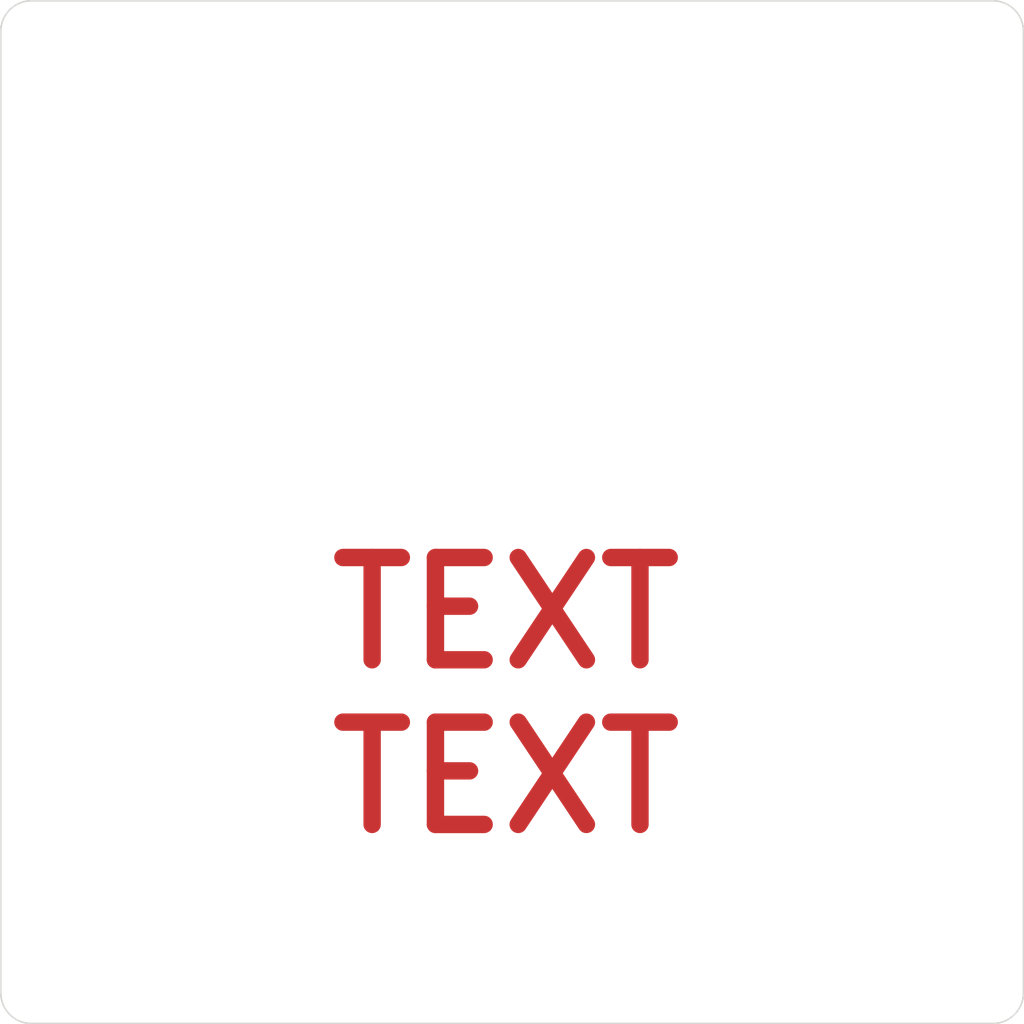
<source format=kicad_pcb>
(kicad_pcb (version 4) (host pcbnew 4.0.4-1.fc24-product)

  (general
    (links 0)
    (no_connects 0)
    (area 16.152382 23.7 194.247619 141.575)
    (thickness 1.6)
    (drawings 9)
    (tracks 0)
    (zones 0)
    (modules 6)
    (nets 1)
  )

  (page A4)
  (layers
    (0 F.Cu signal)
    (31 B.Cu signal)
    (32 B.Adhes user)
    (33 F.Adhes user)
    (34 B.Paste user)
    (35 F.Paste user)
    (36 B.SilkS user)
    (37 F.SilkS user)
    (38 B.Mask user)
    (39 F.Mask user)
    (40 Dwgs.User user)
    (41 Cmts.User user)
    (42 Eco1.User user)
    (43 Eco2.User user)
    (44 Edge.Cuts user)
    (45 Margin user)
    (46 B.CrtYd user)
    (47 F.CrtYd user)
    (48 B.Fab user)
    (49 F.Fab user)
  )

  (setup
    (last_trace_width 0.4)
    (trace_clearance 0.2)
    (zone_clearance 0.508)
    (zone_45_only no)
    (trace_min 0.2)
    (segment_width 0.2)
    (edge_width 0.15)
    (via_size 0.6)
    (via_drill 0.4)
    (via_min_size 0.4)
    (via_min_drill 0.3)
    (uvia_size 0.3)
    (uvia_drill 0.1)
    (uvias_allowed no)
    (uvia_min_size 0.2)
    (uvia_min_drill 0.1)
    (pcb_text_width 0.3)
    (pcb_text_size 1.5 1.5)
    (mod_edge_width 0.15)
    (mod_text_size 1 1)
    (mod_text_width 0.15)
    (pad_size 1.524 1.524)
    (pad_drill 0.762)
    (pad_to_mask_clearance 0.2)
    (aux_axis_origin 0 0)
    (visible_elements FFFFFF7F)
    (pcbplotparams
      (layerselection 0x012f0_80000001)
      (usegerberextensions true)
      (excludeedgelayer true)
      (linewidth 0.100000)
      (plotframeref false)
      (viasonmask false)
      (mode 1)
      (useauxorigin false)
      (hpglpennumber 1)
      (hpglpenspeed 20)
      (hpglpendiameter 15)
      (hpglpenoverlay 2)
      (psnegative false)
      (psa4output false)
      (plotreference true)
      (plotvalue false)
      (plotinvisibletext false)
      (padsonsilk false)
      (subtractmaskfromsilk false)
      (outputformat 1)
      (mirror false)
      (drillshape 0)
      (scaleselection 1)
      (outputdirectory GERBER-FRONT-SYSMATT-NJIT/))
  )

  (net 0 "")

  (net_class Default "This is the default net class."
    (clearance 0.2)
    (trace_width 0.4)
    (via_dia 0.6)
    (via_drill 0.4)
    (uvia_dia 0.3)
    (uvia_drill 0.1)
  )

  (net_class POWER ""
    (clearance 0.2)
    (trace_width 1)
    (via_dia 0.6)
    (via_drill 0.4)
    (uvia_dia 0.3)
    (uvia_drill 0.1)
  )

  (module SYSMATT-LIB-NEW:SYSMATT-SIGN-SM-KO-BOX-90x90-bMaskOnly (layer F.Cu) (tedit 587AAA56) (tstamp 5879A307)
    (at 90.17 89.916)
    (fp_text reference REF** (at 0 0.5) (layer F.SilkS) hide
      (effects (font (size 1 1) (thickness 0.15)))
    )
    (fp_text value SYSMATT-SIGN-SM-KO-BOX-LG (at 0 -0.5) (layer F.Fab) hide
      (effects (font (size 1 1) (thickness 0.15)))
    )
    (pad 1 smd rect (at 0 0) (size 90 90) (layers B.Mask))
  )

  (module Mounting_Holes:MountingHole_4.5mm (layer F.Cu) (tedit 5866DA75) (tstamp 5866C922)
    (at 45 135)
    (descr "Mounting Hole 4.5mm, no annular")
    (tags "mounting hole 4.5mm no annular")
    (fp_text reference REF** (at 0 -5.5) (layer F.SilkS) hide
      (effects (font (size 1 1) (thickness 0.15)))
    )
    (fp_text value MountingHole_4.5mm (at 0 5.5) (layer F.Fab) hide
      (effects (font (size 1 1) (thickness 0.15)))
    )
    (fp_circle (center 0 0) (end 4.5 0) (layer Cmts.User) (width 0.15))
    (fp_circle (center 0 0) (end 4.75 0) (layer F.CrtYd) (width 0.05))
    (pad 1 np_thru_hole circle (at 0 0) (size 4.5 4.5) (drill 4.5) (layers *.Cu *.Mask))
  )

  (module Mounting_Holes:MountingHole_4.5mm (layer F.Cu) (tedit 5866DA62) (tstamp 5866C917)
    (at 135 135)
    (descr "Mounting Hole 4.5mm, no annular")
    (tags "mounting hole 4.5mm no annular")
    (fp_text reference REF** (at 0 -5.5) (layer F.SilkS) hide
      (effects (font (size 1 1) (thickness 0.15)))
    )
    (fp_text value MountingHole_4.5mm (at 0 5.5) (layer F.Fab) hide
      (effects (font (size 1 1) (thickness 0.15)))
    )
    (fp_circle (center 0 0) (end 4.5 0) (layer Cmts.User) (width 0.15))
    (fp_circle (center 0 0) (end 4.75 0) (layer F.CrtYd) (width 0.05))
    (pad 1 np_thru_hole circle (at 0 0) (size 4.5 4.5) (drill 4.5) (layers *.Cu *.Mask))
  )

  (module Mounting_Holes:MountingHole_4.5mm (layer F.Cu) (tedit 5866DA5C) (tstamp 5866C90F)
    (at 135 45)
    (descr "Mounting Hole 4.5mm, no annular")
    (tags "mounting hole 4.5mm no annular")
    (fp_text reference REF** (at 0 -5.5) (layer F.SilkS) hide
      (effects (font (size 1 1) (thickness 0.15)))
    )
    (fp_text value MountingHole_4.5mm (at 0 5.5) (layer F.Fab) hide
      (effects (font (size 1 1) (thickness 0.15)))
    )
    (fp_circle (center 0 0) (end 4.5 0) (layer Cmts.User) (width 0.15))
    (fp_circle (center 0 0) (end 4.75 0) (layer F.CrtYd) (width 0.05))
    (pad 1 np_thru_hole circle (at 0 0) (size 4.5 4.5) (drill 4.5) (layers *.Cu *.Mask))
  )

  (module Mounting_Holes:MountingHole_4.5mm (layer F.Cu) (tedit 5866DA4D) (tstamp 5866C8FD)
    (at 45 45)
    (descr "Mounting Hole 4.5mm, no annular")
    (tags "mounting hole 4.5mm no annular")
    (fp_text reference REF** (at 0 -5.5) (layer F.SilkS) hide
      (effects (font (size 1 1) (thickness 0.15)))
    )
    (fp_text value MountingHole_4.5mm (at 0 5.5) (layer F.Fab) hide
      (effects (font (size 1 1) (thickness 0.15)))
    )
    (fp_circle (center 0 0) (end 4.5 0) (layer Cmts.User) (width 0.15))
    (fp_circle (center 0 0) (end 4.75 0) (layer F.CrtYd) (width 0.05))
    (pad 1 np_thru_hole circle (at 0 0) (size 4.5 4.5) (drill 4.5) (layers *.Cu *.Mask))
  )

  (module SYSMATT-LIB-NEW:SYSMATT-SIGN-SM-KO-BOX-90x30 (layer F.Cu) (tedit 587AD7EA) (tstamp 58674986)
    (at 90.17 107.442)
    (fp_text reference REF** (at 0 0.5) (layer F.SilkS) hide
      (effects (font (size 1 1) (thickness 0.15)))
    )
    (fp_text value SYSMATT-SIGN-SM-KO-BOX-LG (at 0 -0.5) (layer F.Fab) hide
      (effects (font (size 1 1) (thickness 0.15)))
    )
    (pad 1 smd rect (at 0 0) (size 90 30) (layers *.Mask))
  )

  (gr_text "TEXT\nTEXT" (at 89.408 107.95) (layer F.Cu)
    (effects (font (size 10 10) (thickness 1.7)))
  )
  (gr_line (start 137 140) (end 43 140) (layer Edge.Cuts) (width 0.15) (tstamp 58673BCD))
  (gr_line (start 137 40) (end 43 40) (layer Edge.Cuts) (width 0.15) (tstamp 58673BBD))
  (gr_arc (start 43 137) (end 43 140) (angle 90) (layer Edge.Cuts) (width 0.15) (tstamp 5866DC5F))
  (gr_arc (start 137 137) (end 140 137) (angle 90) (layer Edge.Cuts) (width 0.15) (tstamp 5866DC3A))
  (gr_arc (start 43 43) (end 40 43) (angle 90) (layer Edge.Cuts) (width 0.15) (tstamp 5866DC29))
  (gr_arc (start 137 43) (end 137 40) (angle 90) (layer Edge.Cuts) (width 0.15))
  (gr_line (start 40 137) (end 40 42.5) (layer Edge.Cuts) (width 0.15))
  (gr_line (start 140 43) (end 140 137) (layer Edge.Cuts) (width 0.15))

)

</source>
